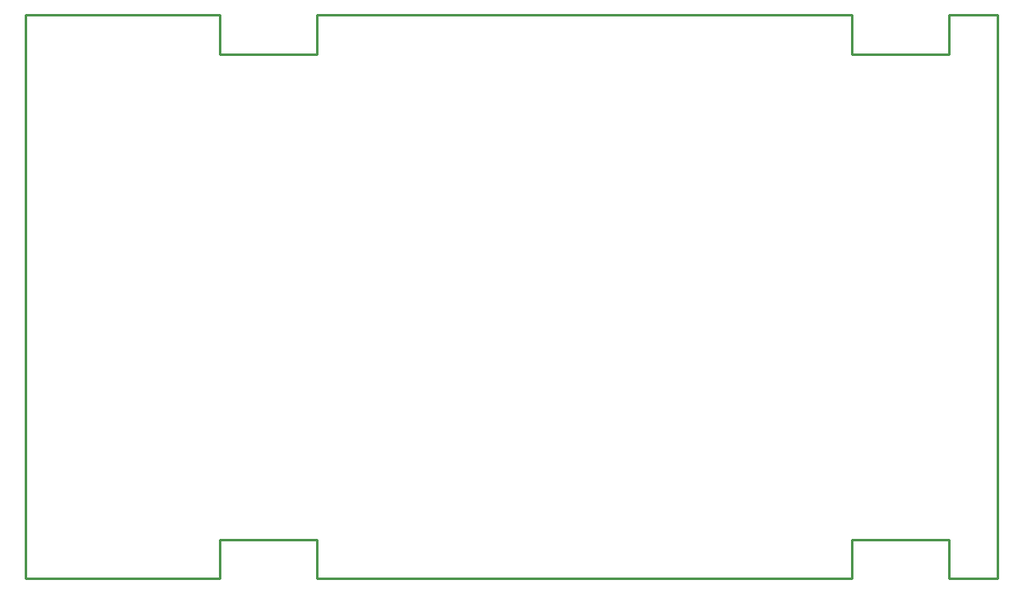
<source format=gbr>
%FSLAX42Y42*%
%MOMM*%
G71*
G01*
G75*
G04 Layer_Color=32896*
%ADD10C,3.00*%
%ADD11C,2.54*%
%ADD12C,1.85*%
%ADD13C,2.00*%
%ADD14C,4.60*%
%ADD15C,2.50*%
%ADD16R,2.50X2.50*%
%ADD17C,3.80*%
%ADD18R,3.00X3.00*%
%ADD19C,1.85*%
%ADD20C,1.75*%
%ADD21R,1.75X1.75*%
%ADD22C,5.00*%
G04:AMPARAMS|DCode=23|XSize=1.3mm|YSize=3mm|CornerRadius=0mm|HoleSize=0mm|Usage=FLASHONLY|Rotation=180.000|XOffset=0mm|YOffset=0mm|HoleType=Round|Shape=Octagon|*
%AMOCTAGOND23*
4,1,8,0.33,-1.50,-0.33,-1.50,-0.65,-1.18,-0.65,1.18,-0.33,1.50,0.33,1.50,0.65,1.18,0.65,-1.18,0.33,-1.50,0.0*
%
%ADD23OCTAGOND23*%

%ADD24C,0.75*%
%ADD25C,0.25*%
%ADD26C,0.15*%
D25*
X3000Y0D02*
X8500D01*
Y400D01*
X9500D01*
Y0D02*
Y400D01*
Y0D02*
X10000D01*
X3000Y5800D02*
X8500D01*
X9500D02*
X10000D01*
X8500Y5400D02*
Y5800D01*
Y5400D02*
X9500D01*
Y5800D01*
X10000Y0D02*
Y5800D01*
X3000Y0D02*
Y400D01*
X0Y0D02*
Y5800D01*
Y0D02*
X2000D01*
Y400D02*
X3000D01*
X2000Y0D02*
Y400D01*
X0Y5800D02*
X2000D01*
X3000Y5400D02*
Y5800D01*
X2000Y5400D02*
X3000D01*
X2000D02*
Y5800D01*
M02*

</source>
